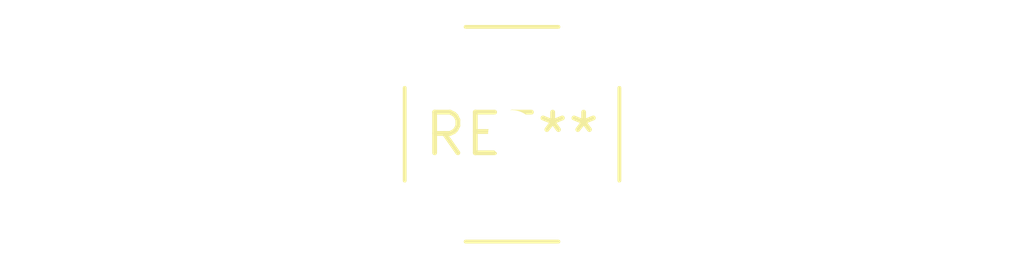
<source format=kicad_pcb>
(kicad_pcb (version 20240108) (generator pcbnew)
  (layers (0 "F.Cu" signal) (31 "B.Cu" signal) (34 "B.Paste" user) (35 "F.Paste" user) (36 "B.SilkS" user "B.Silkscreen") (37 "F.SilkS" user "F.Silkscreen") (38 "B.Mask" user) (39 "F.Mask" user) (44 "Edge.Cuts" user))
  (net 0 "")
  (footprint "SMA_Amphenol_901-144_Vertical" (layer "F.Cu") (at 0 0)
    (property "Reference" "REF**")
    (property "Value" "SMA_Amphenol_901-144_Vertical")
    (fp_line (start -3.355 -1.45) (end -3.355 1.45) (layer "F.SilkS") (stroke (width 0.12)))
    (fp_line (start -1.45 -3.355) (end 1.45 -3.355) (layer "F.SilkS") (stroke (width 0.12)))
    (fp_line (start -1.45 3.355) (end 1.45 3.355) (layer "F.SilkS") (stroke (width 0.12)))
    (fp_line (start 3.355 -1.45) (end 3.355 1.45) (layer "F.SilkS") (stroke (width 0.12)))
    (pad "1" thru_hole circle (at 0 0) (size 2.05 2.05) (drill 1.5) (layers *.Cu *.Mask) (remove_unused_layers))
    (pad "2" thru_hole circle (at -2.54 -2.54) (size 2.25 2.25) (drill 1.7) (layers *.Cu *.Mask) (remove_unused_layers))
    (pad "2" thru_hole circle (at -2.54 2.54) (size 2.25 2.25) (drill 1.7) (layers *.Cu *.Mask) (remove_unused_layers))
    (pad "2" thru_hole circle (at 2.54 -2.54) (size 2.25 2.25) (drill 1.7) (layers *.Cu *.Mask) (remove_unused_layers))
    (pad "2" thru_hole circle (at 2.54 2.54) (size 2.25 2.25) (drill 1.7) (layers *.Cu *.Mask) (remove_unused_layers))
  )
)
</source>
